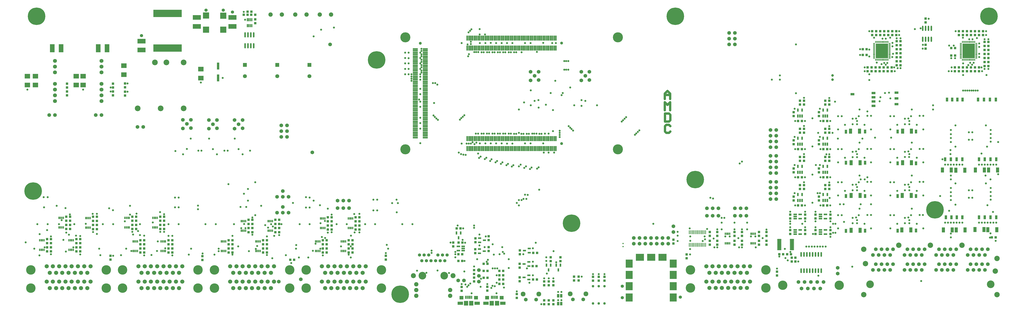
<source format=gts>
G04*
G04 #@! TF.GenerationSoftware,Altium Limited,Altium Designer,18.0.12 (696)*
G04*
G04 Layer_Color=8388736*
%FSLAX25Y25*%
%MOIN*%
G70*
G01*
G75*
%ADD44R,0.03937X0.05906*%
%ADD45R,0.02362X0.01968*%
%ADD47R,0.01200X0.03200*%
%ADD48R,0.03200X0.01200*%
%ADD64C,0.04000*%
%ADD65R,0.49713X0.12902*%
%ADD66R,0.14000X0.08000*%
%ADD67R,0.09500X0.08000*%
%ADD68R,0.08000X0.14000*%
%ADD69R,0.04437X0.06799*%
%ADD70R,0.06799X0.04437*%
%ADD71R,0.04240X0.04240*%
%ADD72R,0.04240X0.04240*%
%ADD73R,0.02153X0.04000*%
%ADD74R,0.04437X0.12311*%
%ADD75R,0.05500X0.08768*%
%ADD76R,0.02075X0.05303*%
%ADD77O,0.02862X0.09161*%
%ADD78R,0.11130X0.11130*%
%ADD79R,0.02941X0.05303*%
%ADD80R,0.21693X0.25787*%
%ADD81R,0.12311X0.14279*%
%ADD82R,0.14279X0.12311*%
%ADD83R,0.08500X0.02500*%
%ADD84R,0.02500X0.08500*%
%ADD85O,0.02862X0.08374*%
%ADD86R,0.02075X0.05815*%
%ADD87R,0.06209X0.02665*%
%ADD88R,0.06209X0.02665*%
%ADD89R,0.05618X0.02862*%
%ADD90R,0.06799X0.06012*%
%ADD91R,0.09555X0.05618*%
%ADD92R,0.07587X0.07980*%
%ADD93R,0.02862X0.05618*%
%ADD94R,0.01681X0.06799*%
%ADD95O,0.07390X0.01681*%
%ADD96R,0.06799X0.06799*%
%ADD97C,0.06799*%
%ADD98C,0.13295*%
%ADD99C,0.06500*%
%ADD100C,0.09358*%
%ADD101C,0.09949*%
%ADD102C,0.08700*%
%ADD103C,0.05500*%
%ADD104C,0.07500*%
%ADD105C,0.13300*%
%ADD106C,0.30500*%
%ADD107C,0.04437*%
%ADD108C,0.07200*%
%ADD109C,0.16500*%
%ADD110C,0.16248*%
%ADD111C,0.05098*%
%ADD112C,0.03500*%
%ADD113C,0.17500*%
%ADD114C,0.08374*%
%ADD115C,0.04500*%
%ADD116C,0.03000*%
D44*
X930878Y19390D02*
D03*
Y5610D02*
D03*
X936390Y19390D02*
D03*
Y5610D02*
D03*
X930878D02*
D03*
D45*
X1044000Y104744D02*
D03*
Y110256D02*
D03*
D47*
X1656327Y430103D02*
D03*
X1654358D02*
D03*
X1652390D02*
D03*
X1650421D02*
D03*
X1648453D02*
D03*
X1646484D02*
D03*
X1644516D02*
D03*
X1642547D02*
D03*
X1640579D02*
D03*
X1638610D02*
D03*
X1636642D02*
D03*
X1634673D02*
D03*
Y461203D02*
D03*
X1636642D02*
D03*
X1638610D02*
D03*
X1640579D02*
D03*
X1642547D02*
D03*
X1644516D02*
D03*
X1646484D02*
D03*
X1648453D02*
D03*
X1650421D02*
D03*
X1652390D02*
D03*
X1654358D02*
D03*
X1656327D02*
D03*
X1505327Y430103D02*
D03*
X1503358D02*
D03*
X1501390D02*
D03*
X1499421D02*
D03*
X1497453D02*
D03*
X1495484D02*
D03*
X1493516D02*
D03*
X1491547D02*
D03*
X1489579D02*
D03*
X1487610D02*
D03*
X1485642D02*
D03*
X1483673D02*
D03*
Y461203D02*
D03*
X1485642D02*
D03*
X1487610D02*
D03*
X1489579D02*
D03*
X1491547D02*
D03*
X1493516D02*
D03*
X1495484D02*
D03*
X1497453D02*
D03*
X1499421D02*
D03*
X1501390D02*
D03*
X1503358D02*
D03*
X1505327D02*
D03*
D48*
X1631900Y432858D02*
D03*
Y434827D02*
D03*
Y436795D02*
D03*
Y438764D02*
D03*
Y440732D02*
D03*
Y442701D02*
D03*
Y444669D02*
D03*
Y446638D02*
D03*
Y448606D02*
D03*
Y450575D02*
D03*
Y452543D02*
D03*
Y454512D02*
D03*
Y456480D02*
D03*
Y458449D02*
D03*
X1659100D02*
D03*
Y456480D02*
D03*
Y454512D02*
D03*
Y452543D02*
D03*
Y450575D02*
D03*
Y448606D02*
D03*
Y446638D02*
D03*
Y444669D02*
D03*
Y442701D02*
D03*
Y440732D02*
D03*
Y438764D02*
D03*
Y436795D02*
D03*
Y434827D02*
D03*
Y432858D02*
D03*
X1480900D02*
D03*
Y434827D02*
D03*
Y436795D02*
D03*
Y438764D02*
D03*
Y440732D02*
D03*
Y442701D02*
D03*
Y444669D02*
D03*
Y446638D02*
D03*
Y448606D02*
D03*
Y450575D02*
D03*
Y452543D02*
D03*
Y454512D02*
D03*
Y456480D02*
D03*
Y458449D02*
D03*
X1508100D02*
D03*
Y456480D02*
D03*
Y454512D02*
D03*
Y452543D02*
D03*
Y450575D02*
D03*
Y448606D02*
D03*
Y446638D02*
D03*
Y444669D02*
D03*
Y442701D02*
D03*
Y440732D02*
D03*
Y438764D02*
D03*
Y436795D02*
D03*
Y434827D02*
D03*
Y432858D02*
D03*
D64*
X1116897Y336533D02*
Y322538D01*
X1123895D01*
X1126227Y324870D01*
Y334201D01*
X1123895Y336533D01*
X1116897D01*
X1116564Y342205D02*
Y356200D01*
X1121229Y351535D01*
X1125894Y356200D01*
Y342205D01*
X1126227Y314534D02*
X1123895Y316867D01*
X1119230D01*
X1116897Y314534D01*
Y305204D01*
X1119230Y302871D01*
X1123895D01*
X1126227Y305204D01*
X1116564Y361871D02*
Y371202D01*
X1121229Y375867D01*
X1125894Y371202D01*
Y361871D01*
Y368869D01*
X1116564D01*
D65*
X251000Y511000D02*
D03*
Y450567D02*
D03*
D66*
X302038Y503795D02*
D03*
Y488299D02*
D03*
X364000Y503795D02*
D03*
Y488299D02*
D03*
X205683Y462700D02*
D03*
Y447203D02*
D03*
D67*
X92000Y401601D02*
D03*
Y386105D02*
D03*
X7000Y401601D02*
D03*
Y386105D02*
D03*
X104000Y401601D02*
D03*
Y386105D02*
D03*
X175000Y419748D02*
D03*
Y404252D02*
D03*
X308808Y413876D02*
D03*
Y398380D02*
D03*
X21000Y401601D02*
D03*
Y386105D02*
D03*
D68*
X50252Y450265D02*
D03*
X65748D02*
D03*
X130252D02*
D03*
X145748D02*
D03*
D69*
X1522000Y305228D02*
D03*
X1554016Y250000D02*
D03*
X1522000D02*
D03*
X1554016Y193000D02*
D03*
X1522000D02*
D03*
X1554016Y133000D02*
D03*
X1522000Y132711D02*
D03*
X1465199D02*
D03*
X1432000Y132260D02*
D03*
X1465199Y193000D02*
D03*
X1432000D02*
D03*
X1465199Y250894D02*
D03*
X1432000D02*
D03*
X1465199Y305228D02*
D03*
X1554016D02*
D03*
X1432000Y305000D02*
D03*
X1663500Y257000D02*
D03*
X1634500Y156000D02*
D03*
X1625000D02*
D03*
X1606000D02*
D03*
X1634500Y257000D02*
D03*
X1624500D02*
D03*
X1604500D02*
D03*
X1615500Y156000D02*
D03*
X1614500Y257000D02*
D03*
X1693500Y156000D02*
D03*
X1683500D02*
D03*
X1693500Y257000D02*
D03*
X1683500D02*
D03*
X1663500Y156000D02*
D03*
X1673500D02*
D03*
X1693000Y361000D02*
D03*
X1682631D02*
D03*
X1672263D02*
D03*
X1661894D02*
D03*
X1635000D02*
D03*
X1626000D02*
D03*
X1617000D02*
D03*
X1608000D02*
D03*
X1673500Y257000D02*
D03*
D70*
X1479900Y372307D02*
D03*
Y364871D02*
D03*
Y357436D02*
D03*
X1520106Y373000D02*
D03*
Y363000D02*
D03*
X1479900Y350000D02*
D03*
X1520106Y353000D02*
D03*
X1443293Y370214D02*
D03*
D71*
X917965Y86347D02*
D03*
Y79654D02*
D03*
X935000Y86347D02*
D03*
Y79654D02*
D03*
X176828Y382361D02*
D03*
Y389054D02*
D03*
Y374698D02*
D03*
Y368005D02*
D03*
X403481Y493901D02*
D03*
Y500594D02*
D03*
X156000Y388546D02*
D03*
Y381853D02*
D03*
Y368381D02*
D03*
Y375074D02*
D03*
X76000Y368381D02*
D03*
Y375074D02*
D03*
X906500Y4413D02*
D03*
Y11106D02*
D03*
X914500Y4413D02*
D03*
Y11106D02*
D03*
X922500Y4413D02*
D03*
Y11106D02*
D03*
X807626Y28311D02*
D03*
Y35004D02*
D03*
X809875Y97154D02*
D03*
Y103847D02*
D03*
X786500Y93654D02*
D03*
Y100347D02*
D03*
X810000Y116154D02*
D03*
Y122846D02*
D03*
X787000Y112654D02*
D03*
Y119346D02*
D03*
X763000Y27957D02*
D03*
Y34650D02*
D03*
X784500Y50846D02*
D03*
Y44153D02*
D03*
Y57153D02*
D03*
Y63846D02*
D03*
X1352000Y358846D02*
D03*
Y352153D02*
D03*
Y309846D02*
D03*
Y303153D02*
D03*
Y260846D02*
D03*
Y254153D02*
D03*
Y211846D02*
D03*
Y205153D02*
D03*
X1359000Y352153D02*
D03*
Y358846D02*
D03*
Y303153D02*
D03*
Y309846D02*
D03*
Y254153D02*
D03*
Y260846D02*
D03*
Y205153D02*
D03*
Y211846D02*
D03*
X1403000Y358846D02*
D03*
Y352153D02*
D03*
Y309846D02*
D03*
Y303153D02*
D03*
Y260846D02*
D03*
Y254153D02*
D03*
Y211846D02*
D03*
Y205153D02*
D03*
X1396000Y352153D02*
D03*
Y358846D02*
D03*
Y303153D02*
D03*
Y309846D02*
D03*
Y254153D02*
D03*
Y260846D02*
D03*
Y205153D02*
D03*
Y211846D02*
D03*
X76071Y381853D02*
D03*
Y388546D02*
D03*
X1131500Y116772D02*
D03*
Y110079D02*
D03*
X631000Y88928D02*
D03*
Y82235D02*
D03*
X311503Y88346D02*
D03*
Y81653D02*
D03*
X151476Y88859D02*
D03*
Y82166D02*
D03*
X1154737Y84592D02*
D03*
Y91285D02*
D03*
X748370Y112024D02*
D03*
Y105331D02*
D03*
X1312087Y54559D02*
D03*
Y61252D02*
D03*
X991500Y52106D02*
D03*
Y45413D02*
D03*
X1001500Y52106D02*
D03*
Y45413D02*
D03*
X1011500Y52106D02*
D03*
Y45413D02*
D03*
X958500Y52606D02*
D03*
Y45913D02*
D03*
X864060Y51327D02*
D03*
Y44634D02*
D03*
Y74827D02*
D03*
Y68134D02*
D03*
X864362Y98327D02*
D03*
Y91634D02*
D03*
X906500Y37413D02*
D03*
Y44106D02*
D03*
X914500Y37413D02*
D03*
Y44106D02*
D03*
X922500Y37413D02*
D03*
Y44106D02*
D03*
X1570500Y449500D02*
D03*
Y456193D02*
D03*
Y501847D02*
D03*
Y495154D02*
D03*
X1341000Y332154D02*
D03*
Y338846D02*
D03*
Y283154D02*
D03*
Y289846D02*
D03*
Y234154D02*
D03*
Y240846D02*
D03*
Y185153D02*
D03*
Y191847D02*
D03*
X1385000Y338846D02*
D03*
Y332154D02*
D03*
Y289846D02*
D03*
Y283154D02*
D03*
Y240846D02*
D03*
Y234154D02*
D03*
Y191847D02*
D03*
Y185153D02*
D03*
X1405000Y153894D02*
D03*
Y160587D02*
D03*
X1361000Y153894D02*
D03*
Y160587D02*
D03*
X1405000Y126894D02*
D03*
Y133587D02*
D03*
X1361000Y126894D02*
D03*
Y133587D02*
D03*
X1379000Y153894D02*
D03*
Y160587D02*
D03*
X1335000Y153894D02*
D03*
Y160587D02*
D03*
X1379000Y126894D02*
D03*
Y133587D02*
D03*
X1335000Y126894D02*
D03*
Y133587D02*
D03*
X1293500Y123653D02*
D03*
Y130347D02*
D03*
Y114847D02*
D03*
Y108153D02*
D03*
X1280500Y123653D02*
D03*
Y130347D02*
D03*
X1280559Y114847D02*
D03*
Y108153D02*
D03*
X1238000Y123653D02*
D03*
Y130347D02*
D03*
Y114847D02*
D03*
Y108153D02*
D03*
X1251000Y123653D02*
D03*
Y130347D02*
D03*
Y114847D02*
D03*
Y108153D02*
D03*
X1195000Y123653D02*
D03*
Y130347D02*
D03*
X1208000Y114847D02*
D03*
Y108153D02*
D03*
Y123653D02*
D03*
Y130347D02*
D03*
X1195000Y114847D02*
D03*
Y108153D02*
D03*
X1337500Y78820D02*
D03*
Y85512D02*
D03*
X1344000Y78820D02*
D03*
Y85512D02*
D03*
X966500Y45913D02*
D03*
Y52606D02*
D03*
X859000Y15653D02*
D03*
Y22346D02*
D03*
X1656500Y410307D02*
D03*
Y417000D02*
D03*
X1663500Y410307D02*
D03*
Y417000D02*
D03*
X1642500Y410307D02*
D03*
Y417000D02*
D03*
X1649500Y410307D02*
D03*
Y417000D02*
D03*
X1628500Y480000D02*
D03*
Y473307D02*
D03*
Y410307D02*
D03*
Y417000D02*
D03*
X1621500Y410307D02*
D03*
Y417000D02*
D03*
X1635500Y480000D02*
D03*
Y473307D02*
D03*
X1642500Y480000D02*
D03*
Y473307D02*
D03*
X1635500Y410307D02*
D03*
Y417000D02*
D03*
X1663500Y480000D02*
D03*
Y473307D02*
D03*
X1670500Y480000D02*
D03*
Y473307D02*
D03*
X1656500Y480000D02*
D03*
Y473307D02*
D03*
X1649500Y480000D02*
D03*
Y473307D02*
D03*
X1477500Y480000D02*
D03*
Y473307D02*
D03*
X1483500Y410307D02*
D03*
Y417000D02*
D03*
X1504500Y410307D02*
D03*
Y417000D02*
D03*
X1511500Y410307D02*
D03*
Y417000D02*
D03*
X1490500Y410307D02*
D03*
Y417000D02*
D03*
X1497500Y410307D02*
D03*
Y417000D02*
D03*
X1469500Y410307D02*
D03*
Y417000D02*
D03*
X1476500Y410307D02*
D03*
Y417000D02*
D03*
X1498500Y480000D02*
D03*
Y473307D02*
D03*
X1505500Y480000D02*
D03*
Y473307D02*
D03*
X1519500Y480000D02*
D03*
Y473307D02*
D03*
X1512500Y480000D02*
D03*
Y473307D02*
D03*
X1484500Y480000D02*
D03*
Y473307D02*
D03*
X1491500Y480000D02*
D03*
Y473307D02*
D03*
D72*
X894347Y94036D02*
D03*
X887654D02*
D03*
X893308Y70822D02*
D03*
X886615D02*
D03*
X893980Y47500D02*
D03*
X887287D02*
D03*
X1692693Y121000D02*
D03*
X1686000D02*
D03*
X396951Y514012D02*
D03*
X390258D02*
D03*
X390435Y508512D02*
D03*
X383742D02*
D03*
X403481D02*
D03*
X396788D02*
D03*
X835347Y55000D02*
D03*
X828654D02*
D03*
X835347Y62500D02*
D03*
X828654D02*
D03*
Y47500D02*
D03*
X835347D02*
D03*
X801153Y75000D02*
D03*
X807847D02*
D03*
X835347Y40000D02*
D03*
X828654D02*
D03*
X757654Y112000D02*
D03*
X764347D02*
D03*
X754153Y136500D02*
D03*
X760847D02*
D03*
X464500Y82000D02*
D03*
X471193D02*
D03*
X801280Y50657D02*
D03*
X807973D02*
D03*
X801280Y62657D02*
D03*
X807973D02*
D03*
X757154Y80000D02*
D03*
X763846D02*
D03*
Y91500D02*
D03*
X757154D02*
D03*
X1348654Y323500D02*
D03*
X1355346D02*
D03*
X1348654Y274500D02*
D03*
X1355346D02*
D03*
X1348654Y225500D02*
D03*
X1355346D02*
D03*
X1348654Y176500D02*
D03*
X1355346D02*
D03*
X1392653Y323500D02*
D03*
X1399347D02*
D03*
X1392653Y274500D02*
D03*
X1399347D02*
D03*
X1392653Y225500D02*
D03*
X1399347D02*
D03*
X1392653Y176500D02*
D03*
X1399347D02*
D03*
X536665Y141623D02*
D03*
X529972D02*
D03*
X398748Y137167D02*
D03*
X392055D02*
D03*
X196235Y142667D02*
D03*
X189542D02*
D03*
X81346D02*
D03*
X74654D02*
D03*
X528014Y101667D02*
D03*
X521321D02*
D03*
X364054D02*
D03*
X357361D02*
D03*
X210347D02*
D03*
X203654D02*
D03*
X47846Y103667D02*
D03*
X41153D02*
D03*
X585100Y141623D02*
D03*
X578407D02*
D03*
X445400Y137167D02*
D03*
X438707D02*
D03*
X244847Y142667D02*
D03*
X238154D02*
D03*
X128024Y142456D02*
D03*
X121331D02*
D03*
X572847Y101667D02*
D03*
X566153D02*
D03*
X424061D02*
D03*
X417369D02*
D03*
X259270D02*
D03*
X252577D02*
D03*
X98847Y103667D02*
D03*
X92154D02*
D03*
X536665Y155956D02*
D03*
X529972D02*
D03*
X398748Y151500D02*
D03*
X392055D02*
D03*
X196235Y157000D02*
D03*
X189542D02*
D03*
X81346D02*
D03*
X74654D02*
D03*
X528014Y116000D02*
D03*
X521321D02*
D03*
X364054D02*
D03*
X357361D02*
D03*
X210347D02*
D03*
X203654D02*
D03*
X47846Y118000D02*
D03*
X41153D02*
D03*
X585100Y155956D02*
D03*
X578407D02*
D03*
X445400Y151500D02*
D03*
X438707D02*
D03*
X244847Y157000D02*
D03*
X238154D02*
D03*
X128024Y156789D02*
D03*
X121331D02*
D03*
X572847Y116000D02*
D03*
X566153D02*
D03*
X424061D02*
D03*
X417369D02*
D03*
X259270D02*
D03*
X252577D02*
D03*
X98847Y118000D02*
D03*
X92154D02*
D03*
X536665Y134456D02*
D03*
X529972D02*
D03*
X398748Y130000D02*
D03*
X392055D02*
D03*
X196235Y135500D02*
D03*
X189542D02*
D03*
X81346D02*
D03*
X74654D02*
D03*
X528014Y94500D02*
D03*
X521321D02*
D03*
X364054D02*
D03*
X357361D02*
D03*
X210347D02*
D03*
X203654D02*
D03*
X47846Y96500D02*
D03*
X41153D02*
D03*
X585100Y134456D02*
D03*
X578407D02*
D03*
X445400Y130000D02*
D03*
X438707D02*
D03*
X244847Y135500D02*
D03*
X238154D02*
D03*
X128024Y135289D02*
D03*
X121331D02*
D03*
X572847Y94500D02*
D03*
X566153D02*
D03*
X424061D02*
D03*
X417369D02*
D03*
X259270D02*
D03*
X252577D02*
D03*
X98847Y96500D02*
D03*
X92154D02*
D03*
X536665Y148789D02*
D03*
X529972D02*
D03*
X398748Y144333D02*
D03*
X392055D02*
D03*
X196235Y149833D02*
D03*
X189542D02*
D03*
X81346D02*
D03*
X74654D02*
D03*
X528014Y108833D02*
D03*
X521321D02*
D03*
X364054D02*
D03*
X357361D02*
D03*
X210347D02*
D03*
X203654D02*
D03*
X47846Y110833D02*
D03*
X41153D02*
D03*
X585100Y148789D02*
D03*
X578407D02*
D03*
X445400Y144333D02*
D03*
X438707D02*
D03*
X244847Y149833D02*
D03*
X238154D02*
D03*
X128024Y149623D02*
D03*
X121331D02*
D03*
X572847Y108833D02*
D03*
X566153D02*
D03*
X424061D02*
D03*
X417369D02*
D03*
X259270D02*
D03*
X252577D02*
D03*
X98847Y110833D02*
D03*
X92154D02*
D03*
X1316075Y91524D02*
D03*
X1322768D02*
D03*
X1336347D02*
D03*
X1329653D02*
D03*
X1679847Y440204D02*
D03*
X1673153D02*
D03*
X1679847Y419204D02*
D03*
X1673153D02*
D03*
X1679847Y426203D02*
D03*
X1673153D02*
D03*
X1679847Y447203D02*
D03*
X1673153D02*
D03*
X1615154Y437580D02*
D03*
X1621847D02*
D03*
X1679847Y454204D02*
D03*
X1673153D02*
D03*
X1679847Y461203D02*
D03*
X1673153D02*
D03*
X1679847Y433204D02*
D03*
X1673153D02*
D03*
X1615154Y450654D02*
D03*
X1621847D02*
D03*
X1526847Y441500D02*
D03*
X1520154D02*
D03*
X1526847Y448654D02*
D03*
X1520154D02*
D03*
X1526847Y434500D02*
D03*
X1520154D02*
D03*
X1461154Y438654D02*
D03*
X1467846D02*
D03*
X1526847Y455500D02*
D03*
X1520154D02*
D03*
X1526847Y420653D02*
D03*
X1520154D02*
D03*
X1461154Y448654D02*
D03*
X1467846D02*
D03*
X1526847Y462653D02*
D03*
X1520154D02*
D03*
X1526847Y427579D02*
D03*
X1520154D02*
D03*
D73*
X425876Y149287D02*
D03*
X428435D02*
D03*
X430995D02*
D03*
X425876Y132711D02*
D03*
X428435D02*
D03*
X430995D02*
D03*
X433554D02*
D03*
Y149287D02*
D03*
X379224D02*
D03*
X381783D02*
D03*
X384343D02*
D03*
X379224Y132711D02*
D03*
X381783D02*
D03*
X384343D02*
D03*
X386902D02*
D03*
Y149287D02*
D03*
X61823Y154787D02*
D03*
X64382D02*
D03*
X66941D02*
D03*
X61823Y138211D02*
D03*
X64382D02*
D03*
X66941D02*
D03*
X69500D02*
D03*
Y154787D02*
D03*
X524818Y153743D02*
D03*
Y137167D02*
D03*
X522259D02*
D03*
X519700D02*
D03*
X517141D02*
D03*
X522259Y153743D02*
D03*
X519700D02*
D03*
X517141D02*
D03*
X184388Y154787D02*
D03*
Y138211D02*
D03*
X181829D02*
D03*
X179270D02*
D03*
X176711D02*
D03*
X181829Y154787D02*
D03*
X179270D02*
D03*
X176711D02*
D03*
X516168Y113787D02*
D03*
Y97211D02*
D03*
X513609D02*
D03*
X511050D02*
D03*
X508491D02*
D03*
X513609Y113787D02*
D03*
X511050D02*
D03*
X508491D02*
D03*
X352207D02*
D03*
Y97211D02*
D03*
X349648D02*
D03*
X347089D02*
D03*
X344530D02*
D03*
X349648Y113787D02*
D03*
X347089D02*
D03*
X344530D02*
D03*
X198500D02*
D03*
Y97211D02*
D03*
X195941D02*
D03*
X193382D02*
D03*
X190823D02*
D03*
X195941Y113787D02*
D03*
X193382D02*
D03*
X190823D02*
D03*
X36000Y115787D02*
D03*
Y99211D02*
D03*
X33441D02*
D03*
X30882D02*
D03*
X28323D02*
D03*
X33441Y115787D02*
D03*
X30882D02*
D03*
X28323D02*
D03*
X573253Y153743D02*
D03*
Y137167D02*
D03*
X570694D02*
D03*
X568135D02*
D03*
X565576D02*
D03*
X570694Y153743D02*
D03*
X568135D02*
D03*
X565576D02*
D03*
X233000Y154787D02*
D03*
Y138211D02*
D03*
X230441D02*
D03*
X227882D02*
D03*
X225323D02*
D03*
X230441Y154787D02*
D03*
X227882D02*
D03*
X225323D02*
D03*
X116177Y154577D02*
D03*
Y138000D02*
D03*
X113618D02*
D03*
X111059D02*
D03*
X108500D02*
D03*
X113618Y154577D02*
D03*
X111059D02*
D03*
X108500D02*
D03*
X561000Y113787D02*
D03*
Y97211D02*
D03*
X558441D02*
D03*
X555882D02*
D03*
X553323D02*
D03*
X558441Y113787D02*
D03*
X555882D02*
D03*
X553323D02*
D03*
X412215D02*
D03*
Y97211D02*
D03*
X409656D02*
D03*
X407097D02*
D03*
X404538D02*
D03*
X409656Y113787D02*
D03*
X407097D02*
D03*
X404538D02*
D03*
X247424D02*
D03*
Y97211D02*
D03*
X244865D02*
D03*
X242305D02*
D03*
X239746D02*
D03*
X244865Y113787D02*
D03*
X242305D02*
D03*
X239746D02*
D03*
X87000Y115787D02*
D03*
Y99211D02*
D03*
X84441D02*
D03*
X81882D02*
D03*
X79323D02*
D03*
X84441Y115787D02*
D03*
X81882D02*
D03*
X79323D02*
D03*
X1274177Y127288D02*
D03*
Y110712D02*
D03*
X1271618D02*
D03*
X1269059D02*
D03*
X1266500D02*
D03*
X1271618Y127288D02*
D03*
X1269059D02*
D03*
X1266500D02*
D03*
X1229598D02*
D03*
Y110712D02*
D03*
X1227039D02*
D03*
X1224480D02*
D03*
X1221921D02*
D03*
X1227039Y127288D02*
D03*
X1224480D02*
D03*
X1221921D02*
D03*
D74*
X338885Y398648D02*
D03*
Y419317D02*
D03*
D75*
X1615429Y238172D02*
D03*
X1599858D02*
D03*
X1639000Y238000D02*
D03*
X1623429D02*
D03*
X1673000Y238172D02*
D03*
X1657429D02*
D03*
X1680429D02*
D03*
X1696000D02*
D03*
X1694500Y134200D02*
D03*
X1678929D02*
D03*
X1656654Y134456D02*
D03*
X1672224D02*
D03*
X1623829Y133900D02*
D03*
X1639400D02*
D03*
X1617071D02*
D03*
X1601500D02*
D03*
X1545027D02*
D03*
X1529456D02*
D03*
X1456571Y133235D02*
D03*
X1441000D02*
D03*
X1545500Y194000D02*
D03*
X1529929D02*
D03*
X1456571D02*
D03*
X1441000D02*
D03*
X1530500Y251000D02*
D03*
X1546071D02*
D03*
X1456571D02*
D03*
X1441000D02*
D03*
X1439956Y306000D02*
D03*
X1455527D02*
D03*
X1530500D02*
D03*
X1546071D02*
D03*
D76*
X397523Y500012D02*
D03*
X394964D02*
D03*
X392404D02*
D03*
X389845D02*
D03*
Y489697D02*
D03*
X392404D02*
D03*
X394964D02*
D03*
X397523D02*
D03*
D77*
X386067Y454564D02*
D03*
X391067D02*
D03*
X396067D02*
D03*
X401067D02*
D03*
X386067Y473461D02*
D03*
X391067D02*
D03*
X396067D02*
D03*
X401067D02*
D03*
X1580525Y484949D02*
D03*
X1575525D02*
D03*
X1570525D02*
D03*
X1565525D02*
D03*
X1580525Y466051D02*
D03*
X1575525D02*
D03*
X1570525D02*
D03*
X1565525D02*
D03*
D78*
X347921Y482590D02*
D03*
X318000D02*
D03*
X347921Y506999D02*
D03*
X318000Y507090D02*
D03*
D79*
X1355740Y332343D02*
D03*
X1352000D02*
D03*
X1348260D02*
D03*
Y342657D02*
D03*
X1355740D02*
D03*
X1355740Y283343D02*
D03*
X1352000D02*
D03*
X1348260D02*
D03*
Y293657D02*
D03*
X1355740D02*
D03*
X1355740Y234343D02*
D03*
X1352000D02*
D03*
X1348260D02*
D03*
Y244657D02*
D03*
X1355740D02*
D03*
X1355740Y185343D02*
D03*
X1352000D02*
D03*
X1348260D02*
D03*
Y195658D02*
D03*
X1355740D02*
D03*
X1399740Y332343D02*
D03*
X1396000D02*
D03*
X1392260D02*
D03*
Y342657D02*
D03*
X1399740D02*
D03*
X1399740Y283343D02*
D03*
X1396000D02*
D03*
X1392260D02*
D03*
Y293657D02*
D03*
X1399740D02*
D03*
X1399740Y234343D02*
D03*
X1396000D02*
D03*
X1392260D02*
D03*
Y244657D02*
D03*
X1399740D02*
D03*
X1399740Y185343D02*
D03*
X1396000D02*
D03*
X1392260D02*
D03*
Y195658D02*
D03*
X1399740D02*
D03*
D80*
X1645500Y445653D02*
D03*
X1494500D02*
D03*
D81*
X1131272Y36000D02*
D03*
Y55685D02*
D03*
Y16315D02*
D03*
Y75370D02*
D03*
X1054500D02*
D03*
Y16315D02*
D03*
Y55685D02*
D03*
Y36000D02*
D03*
D82*
X1092886Y86197D02*
D03*
X1073201D02*
D03*
X1112571D02*
D03*
D83*
X699492Y310371D02*
D03*
Y304072D02*
D03*
Y294623D02*
D03*
X682169Y310371D02*
D03*
Y304072D02*
D03*
Y294623D02*
D03*
X699492Y345017D02*
D03*
Y335568D02*
D03*
Y319820D02*
D03*
X682169Y345017D02*
D03*
Y335568D02*
D03*
Y319820D02*
D03*
X699492Y367064D02*
D03*
Y360765D02*
D03*
Y351316D02*
D03*
X682169Y376513D02*
D03*
Y367064D02*
D03*
Y360765D02*
D03*
Y351316D02*
D03*
X699492Y408009D02*
D03*
Y398560D02*
D03*
Y392261D02*
D03*
Y382812D02*
D03*
X682169Y408009D02*
D03*
Y398560D02*
D03*
Y392261D02*
D03*
Y382812D02*
D03*
X699492Y439505D02*
D03*
Y423757D02*
D03*
Y414308D02*
D03*
X682169Y439505D02*
D03*
Y423757D02*
D03*
Y414308D02*
D03*
X699492Y448954D02*
D03*
X682169Y448954D02*
D03*
X699492Y300922D02*
D03*
Y297773D02*
D03*
X682169Y300922D02*
D03*
Y297773D02*
D03*
X699492Y307222D02*
D03*
X682169Y307222D02*
D03*
X699492Y316670D02*
D03*
Y313521D02*
D03*
X682169Y316670D02*
D03*
Y313521D02*
D03*
X699492Y326119D02*
D03*
Y322970D02*
D03*
X682169Y326119D02*
D03*
Y322970D02*
D03*
X699492Y332418D02*
D03*
Y329269D02*
D03*
X682169Y332418D02*
D03*
Y329269D02*
D03*
X699492Y341867D02*
D03*
Y338718D02*
D03*
X682169Y341867D02*
D03*
Y338718D02*
D03*
X699492Y348166D02*
D03*
X682169Y348166D02*
D03*
X699492Y357615D02*
D03*
Y354466D02*
D03*
X682169Y357615D02*
D03*
Y354466D02*
D03*
X699492Y363914D02*
D03*
X682169Y363915D02*
D03*
X699492Y370214D02*
D03*
X682169Y373363D02*
D03*
Y370214D02*
D03*
X699492Y379662D02*
D03*
X682169Y379663D02*
D03*
X699492Y389111D02*
D03*
Y385962D02*
D03*
X682169Y389111D02*
D03*
Y385962D02*
D03*
X699492Y395410D02*
D03*
X682169Y395411D02*
D03*
X699492Y404859D02*
D03*
Y401710D02*
D03*
X682169Y404859D02*
D03*
Y401710D02*
D03*
X699492Y411158D02*
D03*
X682169Y411159D02*
D03*
X699492Y420607D02*
D03*
Y417458D02*
D03*
X682169Y420608D02*
D03*
Y417458D02*
D03*
X699492Y430056D02*
D03*
Y426906D02*
D03*
X682169Y430056D02*
D03*
Y426907D02*
D03*
X699492Y436355D02*
D03*
Y433206D02*
D03*
X682169Y436355D02*
D03*
Y433206D02*
D03*
X699492Y445804D02*
D03*
Y442654D02*
D03*
X682169Y445804D02*
D03*
Y442655D02*
D03*
X699492Y376513D02*
D03*
Y373363D02*
D03*
D84*
X920697Y468000D02*
D03*
X923847D02*
D03*
X920697Y450677D02*
D03*
X923846D02*
D03*
X911248Y468000D02*
D03*
X914398D02*
D03*
X911248Y450677D02*
D03*
X914397D02*
D03*
X904949Y468000D02*
D03*
X908098D02*
D03*
X904949Y450677D02*
D03*
X908098D02*
D03*
X895500Y468000D02*
D03*
X898650D02*
D03*
X895500Y450677D02*
D03*
X898649D02*
D03*
X889201Y468000D02*
D03*
X889200Y450677D02*
D03*
X879752Y468000D02*
D03*
X882902D02*
D03*
X879752Y450677D02*
D03*
X882901D02*
D03*
X873453Y468000D02*
D03*
X873452Y450677D02*
D03*
X864004Y468000D02*
D03*
X867153D02*
D03*
X864004Y450677D02*
D03*
X867153D02*
D03*
X857705Y468000D02*
D03*
X857705Y450677D02*
D03*
X848256Y468000D02*
D03*
X851406D02*
D03*
X848256Y450677D02*
D03*
X851405D02*
D03*
X841957Y468000D02*
D03*
X841957Y450677D02*
D03*
X832508Y468000D02*
D03*
X835658D02*
D03*
X832508Y450677D02*
D03*
X835657D02*
D03*
X826209Y468000D02*
D03*
X826208Y450677D02*
D03*
X816760Y468000D02*
D03*
X819909D02*
D03*
X816760Y450677D02*
D03*
X819909D02*
D03*
X807311Y468000D02*
D03*
X810461D02*
D03*
X807311Y450677D02*
D03*
X810460D02*
D03*
X801012Y468000D02*
D03*
X804161D02*
D03*
X801012Y450677D02*
D03*
X804161D02*
D03*
X791563Y468000D02*
D03*
X794713D02*
D03*
X791563Y450677D02*
D03*
X794713D02*
D03*
X785264Y468000D02*
D03*
X785264Y450677D02*
D03*
X775815Y468000D02*
D03*
X778965D02*
D03*
X775815Y450677D02*
D03*
X778965D02*
D03*
X926996Y468000D02*
D03*
X926996Y450677D02*
D03*
X892350Y468000D02*
D03*
X901799D02*
D03*
X917547D02*
D03*
X892350Y450677D02*
D03*
X901799D02*
D03*
X917547D02*
D03*
X860854Y468000D02*
D03*
X870303D02*
D03*
X876602D02*
D03*
X886051D02*
D03*
X860854Y450677D02*
D03*
X870303D02*
D03*
X876602D02*
D03*
X886051D02*
D03*
X829358Y468000D02*
D03*
X838807D02*
D03*
X845106D02*
D03*
X854555D02*
D03*
X829358Y450677D02*
D03*
X838807D02*
D03*
X845106D02*
D03*
X854555D02*
D03*
X797862Y468000D02*
D03*
X813610D02*
D03*
X823059D02*
D03*
X797862Y450677D02*
D03*
X813610D02*
D03*
X823059D02*
D03*
X772665Y468000D02*
D03*
X782114D02*
D03*
X788413D02*
D03*
X772665Y450677D02*
D03*
X782114D02*
D03*
X788413D02*
D03*
Y275677D02*
D03*
X782114D02*
D03*
X772665D02*
D03*
X788413Y293000D02*
D03*
X782114D02*
D03*
X772665D02*
D03*
X823059Y275677D02*
D03*
X813610D02*
D03*
X797862D02*
D03*
X823059Y293000D02*
D03*
X813610D02*
D03*
X797862D02*
D03*
X854555Y275677D02*
D03*
X845106D02*
D03*
X838807D02*
D03*
X829358D02*
D03*
X854555Y293000D02*
D03*
X845106D02*
D03*
X838807D02*
D03*
X829358D02*
D03*
X886051Y275677D02*
D03*
X876602D02*
D03*
X870303D02*
D03*
X860854D02*
D03*
X886051Y293000D02*
D03*
X876602D02*
D03*
X870303D02*
D03*
X860854D02*
D03*
X917547Y275677D02*
D03*
X901799D02*
D03*
X892350D02*
D03*
X917547Y293000D02*
D03*
X901799D02*
D03*
X892350D02*
D03*
X926996Y275677D02*
D03*
X926996Y293000D02*
D03*
X778965Y275677D02*
D03*
X775815D02*
D03*
X778965Y293000D02*
D03*
X775815D02*
D03*
X785264Y275677D02*
D03*
X785264Y293000D02*
D03*
X794713Y275677D02*
D03*
X791563D02*
D03*
X794713Y293000D02*
D03*
X791563D02*
D03*
X804161Y275677D02*
D03*
X801012D02*
D03*
X804161Y293000D02*
D03*
X801012D02*
D03*
X810460Y275677D02*
D03*
X807311D02*
D03*
X810461Y293000D02*
D03*
X807311D02*
D03*
X819909Y275677D02*
D03*
X816760D02*
D03*
X819909Y293000D02*
D03*
X816760D02*
D03*
X826208Y275677D02*
D03*
X826209Y293000D02*
D03*
X835657Y275677D02*
D03*
X832508D02*
D03*
X835658Y293000D02*
D03*
X832508D02*
D03*
X841957Y275677D02*
D03*
X841957Y293000D02*
D03*
X851405Y275677D02*
D03*
X848256D02*
D03*
X851406Y293000D02*
D03*
X848256D02*
D03*
X857705Y275677D02*
D03*
X857705Y293000D02*
D03*
X867153Y275677D02*
D03*
X864004D02*
D03*
X867153Y293000D02*
D03*
X864004D02*
D03*
X873452Y275677D02*
D03*
X873453Y293000D02*
D03*
X882901Y275677D02*
D03*
X879752D02*
D03*
X882902Y293000D02*
D03*
X879752D02*
D03*
X889200Y275677D02*
D03*
X889201Y293000D02*
D03*
X898649Y275677D02*
D03*
X895500D02*
D03*
X898650Y293000D02*
D03*
X895500D02*
D03*
X908098Y275677D02*
D03*
X904949D02*
D03*
X908098Y293000D02*
D03*
X904949D02*
D03*
X914397Y275677D02*
D03*
X911248D02*
D03*
X914398Y293000D02*
D03*
X911248D02*
D03*
X923846Y275677D02*
D03*
X920697D02*
D03*
X923847Y293000D02*
D03*
X920697D02*
D03*
D85*
X1389000Y91298D02*
D03*
X1384000D02*
D03*
X1379000D02*
D03*
X1374000D02*
D03*
X1369000D02*
D03*
X1364000D02*
D03*
X1359000D02*
D03*
X1354000D02*
D03*
X1389000Y62952D02*
D03*
X1384000D02*
D03*
X1379000D02*
D03*
X1374000D02*
D03*
X1369000D02*
D03*
X1364000D02*
D03*
X1359000D02*
D03*
X1354000D02*
D03*
D86*
X817413Y16740D02*
D03*
X819972D02*
D03*
X825091D02*
D03*
X814854D02*
D03*
X822532D02*
D03*
X780354D02*
D03*
X770118D02*
D03*
X772677D02*
D03*
X777795D02*
D03*
X775236D02*
D03*
D87*
X1387768Y160980D02*
D03*
X1343768D02*
D03*
X1387768Y133980D02*
D03*
X1343768D02*
D03*
X765732Y97760D02*
D03*
D88*
X1387768Y157240D02*
D03*
Y153500D02*
D03*
X1396232D02*
D03*
Y160980D02*
D03*
X1343768Y157240D02*
D03*
Y153500D02*
D03*
X1352232D02*
D03*
Y160980D02*
D03*
X1387768Y130240D02*
D03*
Y126500D02*
D03*
X1396232D02*
D03*
Y133980D02*
D03*
X1343768Y130240D02*
D03*
Y126500D02*
D03*
X1352232D02*
D03*
Y133980D02*
D03*
X765732Y101500D02*
D03*
Y105240D02*
D03*
X757268D02*
D03*
Y97760D02*
D03*
D89*
X802134Y97000D02*
D03*
X793866Y93260D02*
D03*
Y100740D02*
D03*
X802634Y116000D02*
D03*
X794366Y112260D02*
D03*
Y119740D02*
D03*
X880060Y47500D02*
D03*
Y54980D02*
D03*
X871792Y51240D02*
D03*
X880060Y70841D02*
D03*
Y78322D02*
D03*
X871792Y74582D02*
D03*
X880496Y94240D02*
D03*
Y101720D02*
D03*
X872228Y97980D02*
D03*
D90*
X807374Y15854D02*
D03*
X832571D02*
D03*
X762638D02*
D03*
X787835D02*
D03*
D91*
X805209Y6209D02*
D03*
X834736D02*
D03*
X760472D02*
D03*
X790000D02*
D03*
D92*
X815445D02*
D03*
X824500D02*
D03*
X770709D02*
D03*
X779764D02*
D03*
D93*
X757654Y120366D02*
D03*
X753913Y128634D02*
D03*
X761394D02*
D03*
X918114Y72500D02*
D03*
X910634D02*
D03*
X914374Y64232D02*
D03*
X935114Y72500D02*
D03*
X927634D02*
D03*
X931374Y64232D02*
D03*
D94*
X1159425Y107976D02*
D03*
X1161984D02*
D03*
X1164543D02*
D03*
X1167102D02*
D03*
X1169661D02*
D03*
X1172221D02*
D03*
X1174780D02*
D03*
X1177339D02*
D03*
X1179898D02*
D03*
X1182457D02*
D03*
X1185016D02*
D03*
X1187575D02*
D03*
X1159425Y130024D02*
D03*
X1161984D02*
D03*
X1164543D02*
D03*
X1167102D02*
D03*
X1169661D02*
D03*
X1172221D02*
D03*
X1174780D02*
D03*
X1177339D02*
D03*
X1179898D02*
D03*
X1182457D02*
D03*
X1185016D02*
D03*
X1187575D02*
D03*
D95*
X1316075Y117382D02*
D03*
Y115413D02*
D03*
Y113445D02*
D03*
Y111476D02*
D03*
Y109508D02*
D03*
Y107539D02*
D03*
Y105571D02*
D03*
Y103602D02*
D03*
Y101634D02*
D03*
Y99665D02*
D03*
X1337925Y117382D02*
D03*
Y115413D02*
D03*
Y113445D02*
D03*
Y111476D02*
D03*
Y109508D02*
D03*
Y107539D02*
D03*
Y105571D02*
D03*
Y103602D02*
D03*
Y101634D02*
D03*
Y99665D02*
D03*
D96*
X497996Y421307D02*
D03*
X441881Y421307D02*
D03*
X385767D02*
D03*
D97*
X497996Y401607D02*
D03*
X441881Y401607D02*
D03*
X385767D02*
D03*
X55000Y358381D02*
D03*
Y368381D02*
D03*
Y378381D02*
D03*
Y388381D02*
D03*
Y408381D02*
D03*
Y418381D02*
D03*
Y428381D02*
D03*
X136000Y358381D02*
D03*
Y368381D02*
D03*
Y378381D02*
D03*
Y388381D02*
D03*
Y408381D02*
D03*
Y418381D02*
D03*
Y428381D02*
D03*
D98*
X1684016Y39300D02*
D03*
X1474016D02*
D03*
D99*
X1669016Y74300D02*
D03*
X1659016D02*
D03*
X1649016D02*
D03*
X1679016D02*
D03*
X1644016Y64300D02*
D03*
X1654016D02*
D03*
X1664016D02*
D03*
X1674016D02*
D03*
Y90284D02*
D03*
X1664016D02*
D03*
X1654016D02*
D03*
X1644016D02*
D03*
X1679016Y100284D02*
D03*
X1649016D02*
D03*
X1659016D02*
D03*
X1669016D02*
D03*
X1614016D02*
D03*
X1604016D02*
D03*
X1594016D02*
D03*
X1624016D02*
D03*
X1589016Y90284D02*
D03*
X1599016D02*
D03*
X1609016D02*
D03*
X1619016D02*
D03*
Y64300D02*
D03*
X1609016D02*
D03*
X1599016D02*
D03*
X1589016D02*
D03*
X1624016Y74300D02*
D03*
X1594016D02*
D03*
X1604016D02*
D03*
X1614016D02*
D03*
X1559016Y100284D02*
D03*
X1549016D02*
D03*
X1539016D02*
D03*
X1569016D02*
D03*
X1534016Y90284D02*
D03*
X1544016D02*
D03*
X1554016D02*
D03*
X1564016D02*
D03*
Y64300D02*
D03*
X1554016D02*
D03*
X1544016D02*
D03*
X1534016D02*
D03*
X1569016Y74300D02*
D03*
X1539016D02*
D03*
X1549016D02*
D03*
X1559016D02*
D03*
X1504016Y100284D02*
D03*
X1494016D02*
D03*
X1484016D02*
D03*
X1514016D02*
D03*
X1479016Y90284D02*
D03*
X1489016D02*
D03*
X1499016D02*
D03*
X1509016D02*
D03*
Y64300D02*
D03*
X1499016D02*
D03*
X1489016D02*
D03*
X1479016D02*
D03*
X1514016Y74300D02*
D03*
X1484016D02*
D03*
X1494016D02*
D03*
X1504016D02*
D03*
X136000Y333853D02*
D03*
X126000D02*
D03*
X208770Y313137D02*
D03*
X198770D02*
D03*
X1365547Y31909D02*
D03*
X1354642D02*
D03*
X1376453D02*
D03*
X1387358D02*
D03*
X1392811Y43091D02*
D03*
X1381905D02*
D03*
X1371000D02*
D03*
X1349189D02*
D03*
X1360095D02*
D03*
X1238500Y476777D02*
D03*
Y466777D02*
D03*
Y456777D02*
D03*
X1228500D02*
D03*
Y466777D02*
D03*
Y476777D02*
D03*
X461500Y191499D02*
D03*
X451500D02*
D03*
X441500D02*
D03*
X451500Y201499D02*
D03*
X1310500Y187500D02*
D03*
Y197500D02*
D03*
Y207500D02*
D03*
Y217500D02*
D03*
X1300500D02*
D03*
Y207500D02*
D03*
Y197500D02*
D03*
Y187500D02*
D03*
X567000Y172000D02*
D03*
X557000D02*
D03*
X547000D02*
D03*
X566983Y185000D02*
D03*
X556983D02*
D03*
X546983D02*
D03*
X1310500Y308000D02*
D03*
Y298000D02*
D03*
Y288000D02*
D03*
Y278000D02*
D03*
X1300500D02*
D03*
Y288000D02*
D03*
Y298000D02*
D03*
Y308000D02*
D03*
X1310500Y263000D02*
D03*
Y253000D02*
D03*
Y243000D02*
D03*
Y233000D02*
D03*
X1300500D02*
D03*
Y243000D02*
D03*
Y253000D02*
D03*
Y263000D02*
D03*
X459000Y315917D02*
D03*
Y305917D02*
D03*
Y295917D02*
D03*
X449000D02*
D03*
Y305917D02*
D03*
Y315917D02*
D03*
X45000Y333853D02*
D03*
X55000D02*
D03*
X451500Y174000D02*
D03*
X441500Y164000D02*
D03*
X451500D02*
D03*
X461500D02*
D03*
X793000Y64000D02*
D03*
Y54000D02*
D03*
Y44000D02*
D03*
X767000Y46000D02*
D03*
X757000D02*
D03*
X1131500Y130289D02*
D03*
Y140289D02*
D03*
X1092500Y120000D02*
D03*
X1102500D02*
D03*
X1082500D02*
D03*
X1072500D02*
D03*
X1112500D02*
D03*
X1122500D02*
D03*
X1062500D02*
D03*
Y110000D02*
D03*
X1072500D02*
D03*
X1082500D02*
D03*
X1092500D02*
D03*
X1102500D02*
D03*
X1112500D02*
D03*
X1122500D02*
D03*
X1210000Y171500D02*
D03*
X1200000D02*
D03*
X1190000D02*
D03*
X1238500Y158500D02*
D03*
X1248500D02*
D03*
X1258500D02*
D03*
X1210000D02*
D03*
X1200000D02*
D03*
X1190000D02*
D03*
X1238500Y171500D02*
D03*
X1248500D02*
D03*
X1258500D02*
D03*
X1417500Y58000D02*
D03*
Y68000D02*
D03*
X892492Y12500D02*
D03*
X874776D02*
D03*
X974500Y12760D02*
D03*
X956783D02*
D03*
X534000Y457000D02*
D03*
X503000Y269000D02*
D03*
X985388Y394894D02*
D03*
Y409394D02*
D03*
X978388Y402153D02*
D03*
X971388Y409394D02*
D03*
Y394394D02*
D03*
X897002Y394894D02*
D03*
Y409394D02*
D03*
X890002Y402153D02*
D03*
X883002Y409394D02*
D03*
Y394394D02*
D03*
X381600Y325305D02*
D03*
X374600Y318065D02*
D03*
X381600Y310805D02*
D03*
X367600Y310305D02*
D03*
Y325305D02*
D03*
X337100Y325305D02*
D03*
Y310805D02*
D03*
X330100Y318065D02*
D03*
X323100Y325305D02*
D03*
Y310305D02*
D03*
X291741Y311240D02*
D03*
Y325740D02*
D03*
X284741Y318500D02*
D03*
X277741Y325740D02*
D03*
Y310740D02*
D03*
X483014Y48000D02*
D03*
X444500Y43900D02*
D03*
D100*
X1462933Y21308D02*
D03*
Y100284D02*
D03*
X1466024Y75284D02*
D03*
X1524016Y107292D02*
D03*
X1579016D02*
D03*
X1634016D02*
D03*
X1691909Y62292D02*
D03*
X1695000Y84300D02*
D03*
Y21308D02*
D03*
D101*
X229101Y425717D02*
D03*
X249101D02*
D03*
X279101D02*
D03*
Y345717D02*
D03*
X239101D02*
D03*
X199101D02*
D03*
D102*
X678900Y54303D02*
D03*
X748100D02*
D03*
D103*
X689500Y90303D02*
D03*
X697500D02*
D03*
X705500D02*
D03*
X737500D02*
D03*
X721500D02*
D03*
X729500D02*
D03*
X709500Y80303D02*
D03*
X701508D02*
D03*
X693508D02*
D03*
X717508D02*
D03*
X725508D02*
D03*
X733500D02*
D03*
X205683Y472208D02*
D03*
X318000Y516598D02*
D03*
X364000Y513304D02*
D03*
X347921Y516508D02*
D03*
X1143500Y17000D02*
D03*
X1042500Y36000D02*
D03*
Y16000D02*
D03*
D104*
X743100Y19303D02*
D03*
Y29303D02*
D03*
X683900Y19303D02*
D03*
Y29303D02*
D03*
Y39303D02*
D03*
X516000Y509000D02*
D03*
X535685D02*
D03*
X430158D02*
D03*
X449843D02*
D03*
X492842D02*
D03*
X473158D02*
D03*
D105*
X732500Y54303D02*
D03*
X694500D02*
D03*
D106*
X1587000Y169000D02*
D03*
X954454Y145500D02*
D03*
X656000Y22000D02*
D03*
X23000Y506000D02*
D03*
X1681000D02*
D03*
X17000Y201499D02*
D03*
X615000Y430000D02*
D03*
X1135000Y506000D02*
D03*
X1169500Y221500D02*
D03*
D107*
X991500Y36000D02*
D03*
X1001500D02*
D03*
X991500Y6000D02*
D03*
X1001500D02*
D03*
X1011500D02*
D03*
Y36000D02*
D03*
D108*
X519700Y43900D02*
D03*
X530600D02*
D03*
X552400D02*
D03*
X541500D02*
D03*
X585100D02*
D03*
X596000D02*
D03*
X574200D02*
D03*
X563300D02*
D03*
X525150Y32700D02*
D03*
X536050D02*
D03*
X557850D02*
D03*
X546950D02*
D03*
X590550D02*
D03*
X579650D02*
D03*
X568750D02*
D03*
X546950Y59300D02*
D03*
X536050D02*
D03*
X525150D02*
D03*
X568750D02*
D03*
X557850D02*
D03*
X579650D02*
D03*
X590550D02*
D03*
X563300Y70500D02*
D03*
X574200D02*
D03*
X596000D02*
D03*
X585100D02*
D03*
X541500D02*
D03*
X552400D02*
D03*
X530600D02*
D03*
X519700D02*
D03*
X359967Y43900D02*
D03*
X370867D02*
D03*
X392667D02*
D03*
X381767D02*
D03*
X425367D02*
D03*
X436267D02*
D03*
X414467D02*
D03*
X403567D02*
D03*
X365417Y32700D02*
D03*
X376317D02*
D03*
X398117D02*
D03*
X387217D02*
D03*
X430817D02*
D03*
X419917D02*
D03*
X409017D02*
D03*
X387217Y59300D02*
D03*
X376317D02*
D03*
X365417D02*
D03*
X409017D02*
D03*
X398117D02*
D03*
X419917D02*
D03*
X430817D02*
D03*
X403567Y70500D02*
D03*
X414467D02*
D03*
X436267D02*
D03*
X425367D02*
D03*
X381767D02*
D03*
X392667D02*
D03*
X370867D02*
D03*
X359967D02*
D03*
X200233Y43900D02*
D03*
X211133D02*
D03*
X232933D02*
D03*
X222033D02*
D03*
X265633D02*
D03*
X276533D02*
D03*
X254733D02*
D03*
X243833D02*
D03*
X205683Y32700D02*
D03*
X216583D02*
D03*
X238383D02*
D03*
X227483D02*
D03*
X271083D02*
D03*
X260183D02*
D03*
X249283D02*
D03*
X227483Y59300D02*
D03*
X216583D02*
D03*
X205683D02*
D03*
X249283D02*
D03*
X238383D02*
D03*
X260183D02*
D03*
X271083D02*
D03*
X243833Y70500D02*
D03*
X254733D02*
D03*
X276533D02*
D03*
X265633D02*
D03*
X222033D02*
D03*
X232933D02*
D03*
X211133D02*
D03*
X200233D02*
D03*
X40500Y43900D02*
D03*
X51400D02*
D03*
X73200D02*
D03*
X62300D02*
D03*
X105900D02*
D03*
X116800D02*
D03*
X95000D02*
D03*
X84100D02*
D03*
X45950Y32700D02*
D03*
X56850D02*
D03*
X78650D02*
D03*
X67750D02*
D03*
X111350D02*
D03*
X100450D02*
D03*
X89550D02*
D03*
X67750Y59300D02*
D03*
X56850D02*
D03*
X45950D02*
D03*
X89550D02*
D03*
X78650D02*
D03*
X100450D02*
D03*
X111350D02*
D03*
X84100Y70500D02*
D03*
X95000D02*
D03*
X116800D02*
D03*
X105900D02*
D03*
X62300D02*
D03*
X73200D02*
D03*
X51400D02*
D03*
X40500D02*
D03*
X1188800Y44000D02*
D03*
X1199700D02*
D03*
X1221500D02*
D03*
X1210600D02*
D03*
X1254200D02*
D03*
X1265100D02*
D03*
X1243300D02*
D03*
X1232400D02*
D03*
X1194250Y32800D02*
D03*
X1205150D02*
D03*
X1226950D02*
D03*
X1216050D02*
D03*
X1259650D02*
D03*
X1248750D02*
D03*
X1237850D02*
D03*
X1216050Y59400D02*
D03*
X1205150D02*
D03*
X1194250D02*
D03*
X1237850D02*
D03*
X1226950D02*
D03*
X1248750D02*
D03*
X1259650D02*
D03*
X1232400Y70600D02*
D03*
X1243300D02*
D03*
X1265100D02*
D03*
X1254200D02*
D03*
X1210600D02*
D03*
X1221500D02*
D03*
X1199700D02*
D03*
X1188800D02*
D03*
D109*
X492250Y32700D02*
D03*
Y64200D02*
D03*
X623450D02*
D03*
Y32700D02*
D03*
X332517D02*
D03*
Y64200D02*
D03*
X463717D02*
D03*
Y32700D02*
D03*
X172783D02*
D03*
Y64200D02*
D03*
X303983D02*
D03*
Y32700D02*
D03*
X13050D02*
D03*
Y64200D02*
D03*
X144250D02*
D03*
Y32700D02*
D03*
X1161350Y32800D02*
D03*
Y64300D02*
D03*
X1292550D02*
D03*
Y32800D02*
D03*
D110*
X1321807Y37500D02*
D03*
X1420193D02*
D03*
D111*
X690831Y458789D02*
D03*
X936831Y459339D02*
D03*
Y284339D02*
D03*
D112*
X690831Y284789D02*
D03*
X762831Y459339D02*
D03*
Y284339D02*
D03*
X540524Y486145D02*
D03*
X308808Y390489D02*
D03*
X104000Y378214D02*
D03*
X7000D02*
D03*
X1413000Y357390D02*
D03*
X1443293Y370214D02*
D03*
X1566000Y456193D02*
D03*
X1507000Y373000D02*
D03*
X1509163Y363000D02*
D03*
X1500000Y372307D02*
D03*
X1492100Y365000D02*
D03*
X1490600Y358000D02*
D03*
X1479900Y357436D02*
D03*
Y350000D02*
D03*
X1520106Y353000D02*
D03*
Y363000D02*
D03*
Y373000D02*
D03*
X1479900Y364871D02*
D03*
Y372307D02*
D03*
X1238000Y146500D02*
D03*
X1472500Y436000D02*
D03*
X951842Y381889D02*
D03*
X926000Y393653D02*
D03*
X403500Y217000D02*
D03*
X310000Y272000D02*
D03*
X304500Y272000D02*
D03*
X1534663Y261041D02*
D03*
X1541817Y261000D02*
D03*
X1682631Y120653D02*
D03*
X1542163Y145500D02*
D03*
X1677630Y278810D02*
D03*
X1668000Y266975D02*
D03*
X1675000Y228500D02*
D03*
X1335394Y95500D02*
D03*
X1534663Y203000D02*
D03*
X73200Y172000D02*
D03*
X715000Y355035D02*
D03*
X780439Y23415D02*
D03*
X859000Y181000D02*
D03*
X910235Y86347D02*
D03*
Y80000D02*
D03*
X923000Y97000D02*
D03*
X876500Y67042D02*
D03*
X892000Y111667D02*
D03*
X881000Y42000D02*
D03*
X911465Y58000D02*
D03*
X906500Y49500D02*
D03*
X391000Y185000D02*
D03*
X1683500Y128000D02*
D03*
X346806Y398648D02*
D03*
X152000Y375074D02*
D03*
X225323Y147000D02*
D03*
X185626Y176000D02*
D03*
X1600000Y257000D02*
D03*
X806000Y259500D02*
D03*
X803234Y257175D02*
D03*
X815000Y257000D02*
D03*
X821894Y251515D02*
D03*
X831382Y249026D02*
D03*
X834000Y251500D02*
D03*
X824500Y254000D02*
D03*
X812500D02*
D03*
X793294Y259115D02*
D03*
X420935Y142131D02*
D03*
X434374Y140000D02*
D03*
X425876Y138000D02*
D03*
X466438Y76153D02*
D03*
X385908Y500012D02*
D03*
X383742Y513489D02*
D03*
X152000Y381853D02*
D03*
X474760Y101284D02*
D03*
X475117Y107653D02*
D03*
X424061Y90390D02*
D03*
X404715Y101000D02*
D03*
X433421Y84592D02*
D03*
X406850Y106000D02*
D03*
X1345000Y457000D02*
D03*
X1565831Y159807D02*
D03*
X1566663Y136500D02*
D03*
X570279Y124049D02*
D03*
X66636Y150789D02*
D03*
X120600Y161976D02*
D03*
X392667Y96877D02*
D03*
X332517Y91000D02*
D03*
X288000D02*
D03*
X170000Y90000D02*
D03*
X134000D02*
D03*
X42331Y190760D02*
D03*
X1693000Y361077D02*
D03*
X1682631D02*
D03*
X1672263D02*
D03*
X1661894D02*
D03*
X1608000D02*
D03*
X1617000D02*
D03*
X1626000D02*
D03*
X1635000D02*
D03*
X1604500Y247500D02*
D03*
X1609500Y247551D02*
D03*
X1614000Y273000D02*
D03*
Y266000D02*
D03*
X1534663Y145500D02*
D03*
X1428663Y148000D02*
D03*
X1344840Y372000D02*
D03*
X1552000Y483500D02*
D03*
X1562000Y484949D02*
D03*
X1303000Y395500D02*
D03*
X1247000Y249500D02*
D03*
X1251000Y253000D02*
D03*
X58000Y176000D02*
D03*
X35831Y173260D02*
D03*
X181328Y389054D02*
D03*
Y374698D02*
D03*
X394500Y272000D02*
D03*
X373909Y105331D02*
D03*
X364054Y90788D02*
D03*
X436500Y123500D02*
D03*
X252577Y123614D02*
D03*
X244865Y130500D02*
D03*
X188000Y97211D02*
D03*
X203000Y125000D02*
D03*
X210347Y124000D02*
D03*
X517141Y145455D02*
D03*
X585100Y162000D02*
D03*
X536665Y160558D02*
D03*
X516380Y177000D02*
D03*
X469345Y181000D02*
D03*
X498331Y190260D02*
D03*
X491831Y190760D02*
D03*
X505400Y185000D02*
D03*
X1688000Y165154D02*
D03*
X1678346Y177000D02*
D03*
X1692693Y115000D02*
D03*
X1611750Y167250D02*
D03*
X1614500Y300500D02*
D03*
Y287000D02*
D03*
X1566663Y309000D02*
D03*
X1683500Y247500D02*
D03*
X1521163Y317000D02*
D03*
X199571Y131892D02*
D03*
X189620Y130500D02*
D03*
X238154D02*
D03*
X384000Y197000D02*
D03*
X247000Y102000D02*
D03*
X232500Y97211D02*
D03*
X190823Y125823D02*
D03*
X87000Y103667D02*
D03*
X635000Y101284D02*
D03*
X632500Y107800D02*
D03*
X570000Y85900D02*
D03*
X496000D02*
D03*
X457000Y90000D02*
D03*
X479500Y85900D02*
D03*
X340000Y97000D02*
D03*
Y101284D02*
D03*
X223000Y90303D02*
D03*
X259270Y89500D02*
D03*
X132000Y101284D02*
D03*
X69500Y116479D02*
D03*
X37000Y103667D02*
D03*
X4000Y112260D02*
D03*
X91760Y124000D02*
D03*
X81000Y161000D02*
D03*
X156000Y168202D02*
D03*
X149424Y171424D02*
D03*
X391094Y205405D02*
D03*
X388000Y174000D02*
D03*
X649498Y186500D02*
D03*
X525000Y149714D02*
D03*
X403567Y159500D02*
D03*
X379224Y136776D02*
D03*
X238000Y165000D02*
D03*
X185500Y160458D02*
D03*
X61823Y144000D02*
D03*
X176711Y149000D02*
D03*
X594998Y143760D02*
D03*
X630969Y93500D02*
D03*
X553000Y105240D02*
D03*
X517000Y101284D02*
D03*
X525459Y120000D02*
D03*
X424000Y122653D02*
D03*
X445400Y125000D02*
D03*
X398748Y155500D02*
D03*
Y125500D02*
D03*
X386554Y137000D02*
D03*
X364054Y123653D02*
D03*
X312000Y93000D02*
D03*
X292000Y101284D02*
D03*
X179000D02*
D03*
X210347Y89569D02*
D03*
X259270Y123653D02*
D03*
X234000Y113787D02*
D03*
X244847Y161153D02*
D03*
X197000Y162160D02*
D03*
X108500Y144706D02*
D03*
X156331Y89000D02*
D03*
X128024Y127024D02*
D03*
X74654Y129347D02*
D03*
X128024Y161976D02*
D03*
X121331Y130331D02*
D03*
X98847Y123346D02*
D03*
Y91285D02*
D03*
X79323Y125500D02*
D03*
X73831Y96169D02*
D03*
X28323Y126532D02*
D03*
X41153Y133587D02*
D03*
X47846Y91500D02*
D03*
Y122500D02*
D03*
X19000Y101284D02*
D03*
X431191Y143760D02*
D03*
X384384Y144206D02*
D03*
X1443000Y69800D02*
D03*
X1563000Y45000D02*
D03*
X1678500Y146500D02*
D03*
X741000Y58903D02*
D03*
X721000Y63163D02*
D03*
X701508Y59400D02*
D03*
X685300Y63059D02*
D03*
X576000Y161535D02*
D03*
X650000Y164650D02*
D03*
X652000Y180526D02*
D03*
X642000D02*
D03*
X529806Y170835D02*
D03*
X615831Y167996D02*
D03*
X357000Y213712D02*
D03*
X840822Y246587D02*
D03*
X843500Y249000D02*
D03*
X762000Y266000D02*
D03*
X766000Y265000D02*
D03*
X770000Y264536D02*
D03*
X758000Y268500D02*
D03*
X848481Y301500D02*
D03*
X844881D02*
D03*
X839032D02*
D03*
X835432D02*
D03*
X878000Y195000D02*
D03*
X862706Y186000D02*
D03*
X875531Y188000D02*
D03*
X870528D02*
D03*
X867153Y186000D02*
D03*
X862500Y176500D02*
D03*
X873207Y195091D02*
D03*
X898000Y204000D02*
D03*
X1609500Y146551D02*
D03*
X1604500Y146500D02*
D03*
X818941Y90788D02*
D03*
X529972Y129087D02*
D03*
X536600Y130000D02*
D03*
X519500Y121500D02*
D03*
X508491Y109991D02*
D03*
X504000Y97500D02*
D03*
X521321Y89569D02*
D03*
X566153Y90847D02*
D03*
X570000Y105240D02*
D03*
X576500Y129500D02*
D03*
X585100Y129600D02*
D03*
X791563Y301500D02*
D03*
Y267000D02*
D03*
X797637Y301500D02*
D03*
X801237D02*
D03*
X796000Y261500D02*
D03*
X807086Y301500D02*
D03*
X810686D02*
D03*
X202884Y143760D02*
D03*
X414126Y176000D02*
D03*
X449331Y143760D02*
D03*
X1160000Y136500D02*
D03*
X951909Y311962D02*
D03*
X303831Y170050D02*
D03*
Y176260D02*
D03*
X498331Y172774D02*
D03*
X615831Y186496D02*
D03*
X991500Y57000D02*
D03*
X1001500D02*
D03*
X1011500D02*
D03*
X1645000Y420832D02*
D03*
X1651500Y421500D02*
D03*
X752000Y95702D02*
D03*
X743500Y112000D02*
D03*
X768997Y111500D02*
D03*
X1160500Y91298D02*
D03*
X1312087Y66616D02*
D03*
X1367786Y105000D02*
D03*
X1396500D02*
D03*
X1384000Y54303D02*
D03*
X1349000Y78820D02*
D03*
X1330500Y81000D02*
D03*
X1326500Y85000D02*
D03*
X1316000Y87500D02*
D03*
X1325500Y101000D02*
D03*
X823500Y23500D02*
D03*
X998500Y351000D02*
D03*
X959000D02*
D03*
X909500Y352000D02*
D03*
X883302Y351000D02*
D03*
X264500Y271346D02*
D03*
X355500Y272000D02*
D03*
X350000D02*
D03*
X367900Y293000D02*
D03*
X291441D02*
D03*
X323400D02*
D03*
X381600Y265500D02*
D03*
X278000D02*
D03*
X336800D02*
D03*
X922000Y342500D02*
D03*
X883302Y377067D02*
D03*
X871500Y355847D02*
D03*
X896702Y360000D02*
D03*
X897002Y347000D02*
D03*
X971688Y360000D02*
D03*
Y350000D02*
D03*
X1676000Y473307D02*
D03*
X1524500D02*
D03*
X1635500Y468500D02*
D03*
X1636000Y424000D02*
D03*
X1481000Y468500D02*
D03*
X1485642Y425342D02*
D03*
X1668000Y417000D02*
D03*
X1616000D02*
D03*
X1516000D02*
D03*
X1464500D02*
D03*
X1676500Y403500D02*
D03*
X1636000D02*
D03*
X1611000Y410307D02*
D03*
X1317000Y403000D02*
D03*
X1200500Y188700D02*
D03*
X764500Y116500D02*
D03*
X270331Y173260D02*
D03*
X1619500Y455000D02*
D03*
X1472500Y448000D02*
D03*
X1621847Y432927D02*
D03*
X1472500Y404859D02*
D03*
Y395000D02*
D03*
X1317000Y395500D02*
D03*
X787500Y301500D02*
D03*
X1293500Y134500D02*
D03*
X1251000Y135000D02*
D03*
X1208000D02*
D03*
X1139000Y130500D02*
D03*
X794000Y126000D02*
D03*
Y107000D02*
D03*
X270331Y190260D02*
D03*
X28000Y89500D02*
D03*
X918000Y372307D02*
D03*
X978388Y358653D02*
D03*
X890002D02*
D03*
X374600Y274565D02*
D03*
X330100Y274565D02*
D03*
X284741Y275000D02*
D03*
X752000Y86197D02*
D03*
X767500Y61500D02*
D03*
X768000Y80000D02*
D03*
X1275000Y103500D02*
D03*
X1186500Y117500D02*
D03*
X1160500Y100425D02*
D03*
X1220163Y155000D02*
D03*
X1215500D02*
D03*
X1190266Y135525D02*
D03*
X901500Y4413D02*
D03*
X765500Y136500D02*
D03*
X788500Y286000D02*
D03*
X922500Y49500D02*
D03*
X914500D02*
D03*
X927500Y77500D02*
D03*
X1196000Y190000D02*
D03*
X894000Y444000D02*
D03*
X893311Y301500D02*
D03*
X689000Y360815D02*
D03*
X862500Y343500D02*
D03*
Y303000D02*
D03*
X859000Y27014D02*
D03*
X1619500Y146500D02*
D03*
X1405000Y165500D02*
D03*
X1409500Y144500D02*
D03*
Y129000D02*
D03*
X1678500Y247500D02*
D03*
X1619500D02*
D03*
X1361000Y165500D02*
D03*
X1413500Y144500D02*
D03*
Y129000D02*
D03*
X1555163Y317000D02*
D03*
Y259500D02*
D03*
X1464163Y317000D02*
D03*
Y259500D02*
D03*
X1405000Y138500D02*
D03*
X1555163Y202000D02*
D03*
Y144500D02*
D03*
X1464163Y202000D02*
D03*
Y144500D02*
D03*
X1361000Y138500D02*
D03*
X1697000Y287000D02*
D03*
Y231000D02*
D03*
X1684000Y193000D02*
D03*
X1614500Y127500D02*
D03*
X1342500Y345000D02*
D03*
X1363000Y105000D02*
D03*
X1614500Y193000D02*
D03*
X1583500Y351000D02*
D03*
Y343500D02*
D03*
X1596000Y193000D02*
D03*
X1386500Y345000D02*
D03*
X1560163Y217500D02*
D03*
X1469163D02*
D03*
Y225500D02*
D03*
X1475500Y178500D02*
D03*
X1560163Y160000D02*
D03*
X1469163D02*
D03*
X1382500Y198000D02*
D03*
X1403500Y189500D02*
D03*
X1342500Y198000D02*
D03*
X1457500Y178500D02*
D03*
X1428000D02*
D03*
X1421500D02*
D03*
X1391714Y105000D02*
D03*
X1515663Y217000D02*
D03*
Y159500D02*
D03*
X1464500Y222000D02*
D03*
X1457500D02*
D03*
X1424663Y217000D02*
D03*
X1386500Y198000D02*
D03*
X1424663Y159500D02*
D03*
X1515663Y332000D02*
D03*
Y274500D02*
D03*
X1424663Y332000D02*
D03*
Y274500D02*
D03*
X1386500Y247000D02*
D03*
X1386928Y105000D02*
D03*
X1560163Y332500D02*
D03*
X1469200Y340100D02*
D03*
X1469163Y332500D02*
D03*
X1560163Y275000D02*
D03*
X1469163D02*
D03*
X1398000Y265500D02*
D03*
X1379500Y247000D02*
D03*
X1342500D02*
D03*
X1382143Y105000D02*
D03*
X1684000Y294000D02*
D03*
X1408500Y303000D02*
D03*
X1614500Y228500D02*
D03*
X1383500Y303000D02*
D03*
X1342500Y296000D02*
D03*
X1372571Y105000D02*
D03*
X1614500Y294000D02*
D03*
X1510500Y294500D02*
D03*
X1482516D02*
D03*
X1460500Y293000D02*
D03*
X1418000D02*
D03*
X1386500Y296000D02*
D03*
X1377357Y105000D02*
D03*
X1356000Y144500D02*
D03*
X1335000D02*
D03*
X1374600Y126894D02*
D03*
X1404500Y323500D02*
D03*
X1387500D02*
D03*
X1373500Y328300D02*
D03*
X1360500Y323500D02*
D03*
X1343500D02*
D03*
X1403000Y363500D02*
D03*
X1359000Y364000D02*
D03*
X1404500Y274500D02*
D03*
X1387500D02*
D03*
X1373500Y279300D02*
D03*
X1360500Y274500D02*
D03*
X1343500D02*
D03*
X1403000Y314500D02*
D03*
X1359000Y315000D02*
D03*
X1404500Y225500D02*
D03*
X1387500D02*
D03*
X1373500Y230300D02*
D03*
X1360500Y225500D02*
D03*
X1343500D02*
D03*
X1403000Y265500D02*
D03*
X1359000Y266000D02*
D03*
X1373500Y181300D02*
D03*
X922000Y306000D02*
D03*
X785264Y283154D02*
D03*
X782000Y286500D02*
D03*
X923846Y268500D02*
D03*
X518400Y482433D02*
D03*
X505400Y471000D02*
D03*
X1046591Y327591D02*
D03*
X1069591Y304591D02*
D03*
X1260000Y135000D02*
D03*
Y146500D02*
D03*
X764954Y330954D02*
D03*
X716409Y330591D02*
D03*
X933500Y302900D02*
D03*
X1072137Y307137D02*
D03*
X1049137Y330137D02*
D03*
X767500Y333500D02*
D03*
X713863Y333137D02*
D03*
X949363Y314508D02*
D03*
X933500Y306500D02*
D03*
X690831Y357390D02*
D03*
X1238000Y135000D02*
D03*
X1215500Y146500D02*
D03*
Y135000D02*
D03*
X718954Y328046D02*
D03*
X721500Y325500D02*
D03*
X759863Y325863D02*
D03*
X762409Y328409D02*
D03*
X933500Y295700D02*
D03*
Y299300D02*
D03*
X954454Y309417D02*
D03*
X957000Y306871D02*
D03*
X1041500Y322500D02*
D03*
X1044046Y325046D02*
D03*
X1067046Y302046D02*
D03*
X1064500Y299500D02*
D03*
X948730Y428000D02*
D03*
X941530D02*
D03*
X945130D02*
D03*
X948730Y413000D02*
D03*
X941530D02*
D03*
X945130D02*
D03*
X867153Y443237D02*
D03*
X857930D02*
D03*
X854330D02*
D03*
X848481D02*
D03*
X844881D02*
D03*
X839032D02*
D03*
X811000D02*
D03*
X816535D02*
D03*
X820135D02*
D03*
X825983D02*
D03*
X829583D02*
D03*
X835432D02*
D03*
X914397Y301500D02*
D03*
Y268500D02*
D03*
X906000D02*
D03*
X894334Y240575D02*
D03*
X897000Y243000D02*
D03*
X881894Y240015D02*
D03*
X884500Y242500D02*
D03*
X872000Y242000D02*
D03*
X875000Y244500D02*
D03*
X862500D02*
D03*
X865500Y247500D02*
D03*
X850262Y244147D02*
D03*
X853000Y246500D02*
D03*
X907873Y301500D02*
D03*
X902024Y301275D02*
D03*
X898424D02*
D03*
X889426Y301500D02*
D03*
X885826D02*
D03*
X876377Y301275D02*
D03*
X879977D02*
D03*
X866928D02*
D03*
X870528D02*
D03*
X857930D02*
D03*
X854330D02*
D03*
X829583Y301500D02*
D03*
X825984D02*
D03*
X820135D02*
D03*
X816535D02*
D03*
X778965Y284339D02*
D03*
X775365D02*
D03*
X771765D02*
D03*
X803612Y474100D02*
D03*
X794163Y483500D02*
D03*
Y474100D02*
D03*
X807311Y443237D02*
D03*
X780091Y483091D02*
D03*
X777546Y480546D02*
D03*
X775000Y478000D02*
D03*
X801237Y443237D02*
D03*
X797637D02*
D03*
X792013Y443500D02*
D03*
X784813D02*
D03*
X788413D02*
D03*
X664500Y414309D02*
D03*
X675500Y404859D02*
D03*
X690831Y400500D02*
D03*
X670500Y404859D02*
D03*
X664500Y404859D02*
D03*
X670500Y414308D02*
D03*
Y423757D02*
D03*
X664500D02*
D03*
X670500Y433000D02*
D03*
X664500Y433206D02*
D03*
X670500Y442654D02*
D03*
X664500D02*
D03*
X693000Y411384D02*
D03*
Y407784D02*
D03*
Y420832D02*
D03*
Y417232D02*
D03*
Y430281D02*
D03*
Y426681D02*
D03*
Y439730D02*
D03*
Y436130D02*
D03*
X690831Y310371D02*
D03*
X690831Y348166D02*
D03*
X690831Y395411D02*
D03*
X693000Y449179D02*
D03*
Y445579D02*
D03*
X378038Y174000D02*
D03*
X773215Y456777D02*
D03*
X779000Y461500D02*
D03*
X774300Y436400D02*
D03*
X775500Y440000D02*
D03*
X778965Y457500D02*
D03*
X710536Y94036D02*
D03*
X710500Y98000D02*
D03*
X720500Y386900D02*
D03*
X717000Y389500D02*
D03*
X713000D02*
D03*
X784500Y141500D02*
D03*
X756000D02*
D03*
X784500Y137500D02*
D03*
Y70341D02*
D03*
X675500Y401000D02*
D03*
X772500Y35000D02*
D03*
X675500Y397321D02*
D03*
X775046Y37546D02*
D03*
X675500Y393500D02*
D03*
X778000Y40500D02*
D03*
X1266500Y122653D02*
D03*
X1274177D02*
D03*
X1221921D02*
D03*
X1229677D02*
D03*
X1096500Y144500D02*
D03*
X1646500Y466051D02*
D03*
X1646000Y190000D02*
D03*
X1664000Y452543D02*
D03*
X1646000Y203000D02*
D03*
X1648453Y425000D02*
D03*
X1652000Y190000D02*
D03*
X1654358Y425000D02*
D03*
X1652000Y203000D02*
D03*
Y291000D02*
D03*
X1664000Y458500D02*
D03*
X1652000Y304000D02*
D03*
X1664000Y440732D02*
D03*
Y434827D02*
D03*
X1646000Y291000D02*
D03*
X1652390Y466051D02*
D03*
X1646000Y304000D02*
D03*
X1661300Y376500D02*
D03*
X1657700D02*
D03*
X1654100D02*
D03*
X1650500D02*
D03*
X1636100D02*
D03*
X1639700D02*
D03*
X1643300D02*
D03*
X1646900D02*
D03*
X1565500Y449500D02*
D03*
X1611500Y454904D02*
D03*
X1615154Y432927D02*
D03*
X1660000Y468000D02*
D03*
X1623000Y480000D02*
D03*
X1676000D02*
D03*
X1616000Y410307D02*
D03*
X1669000D02*
D03*
X1679847Y414308D02*
D03*
X1673153D02*
D03*
X1679847Y466000D02*
D03*
X1673153Y466051D02*
D03*
X1576000Y501500D02*
D03*
X1443663Y327500D02*
D03*
Y270000D02*
D03*
X1501390Y467000D02*
D03*
X1495500D02*
D03*
X1456500Y448654D02*
D03*
Y438654D02*
D03*
X1526847Y415500D02*
D03*
Y467433D02*
D03*
X1472516Y480000D02*
D03*
X1524500D02*
D03*
X1509000Y468500D02*
D03*
X1522000Y415500D02*
D03*
X1520154Y467433D02*
D03*
X1501390Y421500D02*
D03*
X1494000Y422500D02*
D03*
X1517000Y410307D02*
D03*
X1464500D02*
D03*
X1512643Y434827D02*
D03*
X1513000Y453500D02*
D03*
Y459500D02*
D03*
X1504000Y424500D02*
D03*
X1498500D02*
D03*
X1514000Y440732D02*
D03*
X1534663Y327500D02*
D03*
Y270000D02*
D03*
Y212500D02*
D03*
Y155000D02*
D03*
X1443663Y212500D02*
D03*
Y155000D02*
D03*
Y145500D02*
D03*
X1451163D02*
D03*
Y260500D02*
D03*
X1443663D02*
D03*
X1451163Y318000D02*
D03*
X1443663D02*
D03*
Y203000D02*
D03*
X1451163D02*
D03*
X1534663Y318000D02*
D03*
X1542163D02*
D03*
Y203000D02*
D03*
X1614500Y247500D02*
D03*
X1663500Y146500D02*
D03*
X1673500D02*
D03*
X1693500D02*
D03*
X1683500D02*
D03*
X1634500Y247500D02*
D03*
X1624500D02*
D03*
X1634500Y146500D02*
D03*
X1624500D02*
D03*
X1614500D02*
D03*
X1663500Y247500D02*
D03*
X1673500D02*
D03*
X1693500D02*
D03*
X1614500Y121000D02*
D03*
X1622500Y178000D02*
D03*
Y215000D02*
D03*
X1675500D02*
D03*
X1614500Y199500D02*
D03*
X1684000Y200000D02*
D03*
X1614500Y186000D02*
D03*
X1629500Y146551D02*
D03*
X1614500Y207000D02*
D03*
X1684000D02*
D03*
X1688500Y146551D02*
D03*
X1668500D02*
D03*
X1684000Y186500D02*
D03*
X1668500Y247551D02*
D03*
X1688500D02*
D03*
X1629500D02*
D03*
X1683500Y222000D02*
D03*
X1675500Y316000D02*
D03*
X1684000Y287500D02*
D03*
Y308000D02*
D03*
Y301000D02*
D03*
X1614500Y308000D02*
D03*
X1622500Y316000D02*
D03*
Y279000D02*
D03*
X1614500Y222000D02*
D03*
X690831Y319820D02*
D03*
X690831Y329269D02*
D03*
X690831Y370214D02*
D03*
X690831Y379663D02*
D03*
X690831Y404859D02*
D03*
X690831Y414308D02*
D03*
X690831Y423757D02*
D03*
X690831Y433206D02*
D03*
X690831Y442654D02*
D03*
X882902Y459339D02*
D03*
X873452Y459339D02*
D03*
X851406Y459339D02*
D03*
X841957Y459339D02*
D03*
X832508Y459339D02*
D03*
X823059Y459339D02*
D03*
X813610Y459500D02*
D03*
X804161Y459339D02*
D03*
X794713Y459339D02*
D03*
X904949Y459500D02*
D03*
X920697Y459338D02*
D03*
X926996Y459339D02*
D03*
X904949Y284500D02*
D03*
X882902D02*
D03*
X873453D02*
D03*
X851406Y284339D02*
D03*
X841957Y284339D02*
D03*
X832508Y284500D02*
D03*
X823059D02*
D03*
X813610D02*
D03*
X804161D02*
D03*
X794713D02*
D03*
X936811Y368653D02*
D03*
X938811Y372153D02*
D03*
X1139000Y114500D02*
D03*
Y124000D02*
D03*
X1186000Y122500D02*
D03*
X1203000Y103500D02*
D03*
X1246000D02*
D03*
X1287000Y119500D02*
D03*
X1244500D02*
D03*
X1251000Y103500D02*
D03*
X1208000D02*
D03*
X1161000Y115000D02*
D03*
Y122500D02*
D03*
X1182500Y114500D02*
D03*
X1201500Y119000D02*
D03*
X1379000Y165500D02*
D03*
Y149000D02*
D03*
X1405000D02*
D03*
X1335000Y165500D02*
D03*
Y149000D02*
D03*
X1361000D02*
D03*
X1335000Y138500D02*
D03*
X816500Y36500D02*
D03*
X817000Y67000D02*
D03*
X821000D02*
D03*
X820619Y36000D02*
D03*
X806746Y78663D02*
D03*
X808500Y82000D02*
D03*
X796500Y49000D02*
D03*
X803000Y104000D02*
D03*
X817000Y109000D02*
D03*
X833500Y104000D02*
D03*
X837000Y92500D02*
D03*
X834500Y95500D02*
D03*
X805000Y122500D02*
D03*
X845000Y67500D02*
D03*
Y83000D02*
D03*
X824000Y55000D02*
D03*
Y42000D02*
D03*
X829000Y91500D02*
D03*
X790000Y83000D02*
D03*
X825000Y67000D02*
D03*
X836500Y33500D02*
D03*
X814500Y33000D02*
D03*
X752000Y91500D02*
D03*
X807500Y39500D02*
D03*
X763000D02*
D03*
X769500Y39000D02*
D03*
X796000Y35000D02*
D03*
X1455663Y343500D02*
D03*
X1418163Y332000D02*
D03*
X1475663Y332500D02*
D03*
X1451163Y323500D02*
D03*
X1475663Y309000D02*
D03*
X1418163D02*
D03*
X1449663Y328000D02*
D03*
X1430163Y317000D02*
D03*
X1454163Y332000D02*
D03*
X1546663Y343500D02*
D03*
X1509163Y332000D02*
D03*
X1566663Y332500D02*
D03*
X1542163Y323500D02*
D03*
X1509163Y309000D02*
D03*
X1540663Y328000D02*
D03*
X1545163Y332000D02*
D03*
X1455663Y286000D02*
D03*
X1418163Y274500D02*
D03*
X1475663Y275000D02*
D03*
X1451163Y266000D02*
D03*
X1475663Y251500D02*
D03*
X1418163D02*
D03*
X1449663Y270500D02*
D03*
X1430163Y259500D02*
D03*
X1454163Y274500D02*
D03*
X1546663Y286000D02*
D03*
X1509163Y274500D02*
D03*
X1566663Y275000D02*
D03*
X1542163Y266000D02*
D03*
X1566663Y251500D02*
D03*
X1509163D02*
D03*
X1540663Y270500D02*
D03*
X1521163Y259500D02*
D03*
X1545163Y274500D02*
D03*
X1455663Y228500D02*
D03*
X1418163Y217000D02*
D03*
X1475663Y217500D02*
D03*
X1451163Y208500D02*
D03*
X1475663Y194000D02*
D03*
X1418163D02*
D03*
X1449663Y213000D02*
D03*
X1430163Y202000D02*
D03*
X1454163Y217000D02*
D03*
X1546663Y228500D02*
D03*
X1509163Y217000D02*
D03*
X1566663Y217500D02*
D03*
X1542163Y208500D02*
D03*
X1566663Y194000D02*
D03*
X1509163D02*
D03*
X1540663Y213000D02*
D03*
X1521163Y202000D02*
D03*
X1545163Y217000D02*
D03*
X1546663Y171000D02*
D03*
X1509163Y159500D02*
D03*
X1542163Y151000D02*
D03*
X1509163Y136500D02*
D03*
X1540663Y155500D02*
D03*
X1521163Y144500D02*
D03*
X1545163Y159500D02*
D03*
X1455663Y171000D02*
D03*
X1418163Y159500D02*
D03*
X1475663Y160000D02*
D03*
X1451163Y151000D02*
D03*
X1475663Y136500D02*
D03*
X1418163D02*
D03*
X1449663Y155500D02*
D03*
X1454163Y159500D02*
D03*
X1379000Y138500D02*
D03*
X1405000Y122000D02*
D03*
X1403000Y216500D02*
D03*
X1359000Y217000D02*
D03*
X1343500Y176500D02*
D03*
X1360500D02*
D03*
X1387500D02*
D03*
X1404500D02*
D03*
X887099Y101850D02*
D03*
X886926Y78480D02*
D03*
Y54980D02*
D03*
X870228Y91480D02*
D03*
X972000Y52500D02*
D03*
X936500Y26000D02*
D03*
X931000D02*
D03*
X936500Y11500D02*
D03*
X931000D02*
D03*
X35331Y190760D02*
D03*
X263831Y190260D02*
D03*
Y173260D02*
D03*
X491831Y172760D02*
D03*
X609331Y167996D02*
D03*
Y186496D02*
D03*
X24231Y143760D02*
D03*
X42331D02*
D03*
X88731D02*
D03*
X138384D02*
D03*
X156331D02*
D03*
X252538D02*
D03*
X270331D02*
D03*
X317038D02*
D03*
X334831D02*
D03*
X366691D02*
D03*
X480845D02*
D03*
X498331D02*
D03*
X562831D02*
D03*
X545345D02*
D03*
X677331D02*
D03*
X659498D02*
D03*
X612331D02*
D03*
D113*
X1034831Y469289D02*
D03*
X664831Y274289D02*
D03*
Y469289D02*
D03*
X1034831Y274289D02*
D03*
D114*
X897433Y22303D02*
D03*
X869835D02*
D03*
X979441Y22563D02*
D03*
X951842D02*
D03*
D115*
X1408500Y403000D02*
D03*
Y395500D02*
D03*
D116*
X1639250Y454904D02*
D03*
Y436404D02*
D03*
X1651750D02*
D03*
Y454904D02*
D03*
X1645500D02*
D03*
Y450279D02*
D03*
Y445653D02*
D03*
Y441028D02*
D03*
Y436404D02*
D03*
X1639250Y450279D02*
D03*
Y445653D02*
D03*
Y441028D02*
D03*
X1651750D02*
D03*
Y445653D02*
D03*
Y450279D02*
D03*
X1500750D02*
D03*
Y445653D02*
D03*
Y441028D02*
D03*
X1488250D02*
D03*
Y445653D02*
D03*
Y450279D02*
D03*
X1494500Y436404D02*
D03*
Y441028D02*
D03*
Y445653D02*
D03*
Y450279D02*
D03*
Y454904D02*
D03*
X1500750D02*
D03*
Y436404D02*
D03*
X1488250D02*
D03*
Y454904D02*
D03*
M02*

</source>
